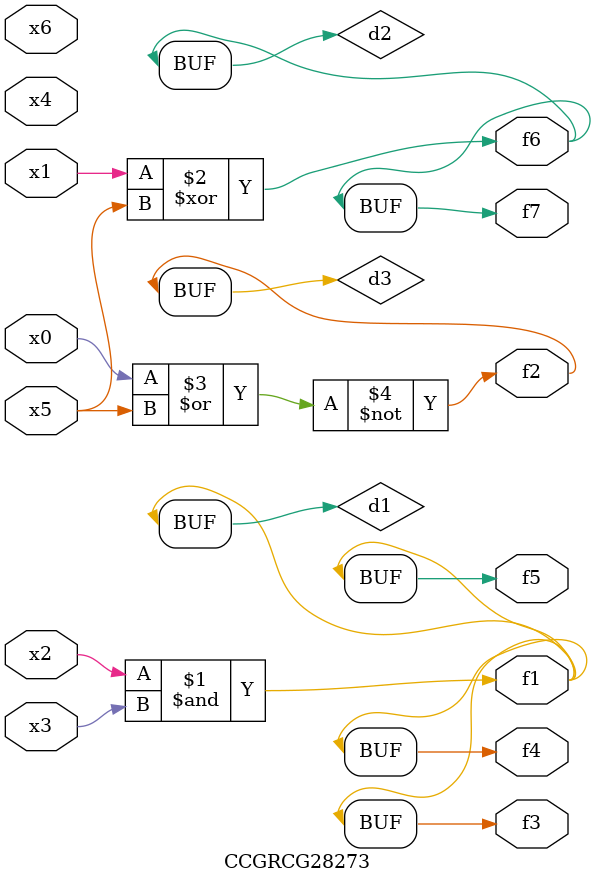
<source format=v>
module CCGRCG28273(
	input x0, x1, x2, x3, x4, x5, x6,
	output f1, f2, f3, f4, f5, f6, f7
);

	wire d1, d2, d3;

	and (d1, x2, x3);
	xor (d2, x1, x5);
	nor (d3, x0, x5);
	assign f1 = d1;
	assign f2 = d3;
	assign f3 = d1;
	assign f4 = d1;
	assign f5 = d1;
	assign f6 = d2;
	assign f7 = d2;
endmodule

</source>
